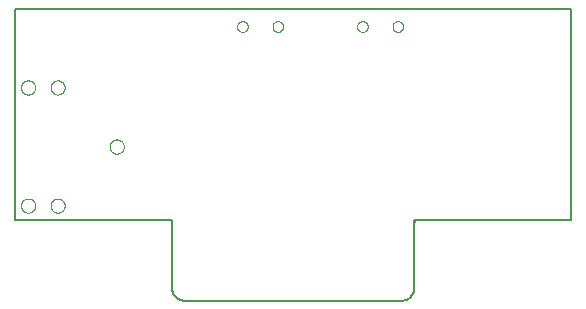
<source format=gbp>
G75*
%MOIN*%
%OFA0B0*%
%FSLAX25Y25*%
%IPPOS*%
%LPD*%
%AMOC8*
5,1,8,0,0,1.08239X$1,22.5*
%
%ADD10C,0.00004*%
%ADD11C,0.00600*%
%ADD12C,0.00000*%
D10*
X0145979Y0053933D02*
X0145891Y0054433D01*
D11*
X0065091Y0054433D02*
X0065091Y0032433D01*
X0065079Y0032301D01*
X0065072Y0032169D01*
X0065068Y0032036D01*
X0065069Y0031904D01*
X0065073Y0031771D01*
X0065081Y0031639D01*
X0065093Y0031507D01*
X0065109Y0031375D01*
X0065129Y0031244D01*
X0065153Y0031114D01*
X0065181Y0030984D01*
X0065212Y0030855D01*
X0065248Y0030727D01*
X0065287Y0030601D01*
X0065330Y0030475D01*
X0065376Y0030351D01*
X0065426Y0030229D01*
X0065480Y0030107D01*
X0065538Y0029988D01*
X0065598Y0029870D01*
X0065663Y0029754D01*
X0065731Y0029640D01*
X0065802Y0029528D01*
X0065876Y0029419D01*
X0065954Y0029311D01*
X0066034Y0029206D01*
X0066118Y0029103D01*
X0066205Y0029003D01*
X0066295Y0028906D01*
X0066387Y0028811D01*
X0066483Y0028719D01*
X0066581Y0028630D01*
X0066682Y0028543D01*
X0066785Y0028460D01*
X0066890Y0028380D01*
X0066998Y0028303D01*
X0067108Y0028229D01*
X0067221Y0028159D01*
X0067335Y0028092D01*
X0067451Y0028028D01*
X0067570Y0027968D01*
X0067689Y0027911D01*
X0067811Y0027858D01*
X0067934Y0027809D01*
X0068058Y0027763D01*
X0068184Y0027721D01*
X0068311Y0027682D01*
X0068439Y0027648D01*
X0068568Y0027617D01*
X0068698Y0027590D01*
X0068828Y0027567D01*
X0068959Y0027548D01*
X0069091Y0027533D01*
X0141891Y0027533D01*
X0142023Y0027548D01*
X0142154Y0027567D01*
X0142284Y0027590D01*
X0142414Y0027617D01*
X0142543Y0027648D01*
X0142671Y0027682D01*
X0142798Y0027721D01*
X0142924Y0027763D01*
X0143048Y0027809D01*
X0143171Y0027858D01*
X0143293Y0027911D01*
X0143412Y0027968D01*
X0143531Y0028028D01*
X0143647Y0028092D01*
X0143761Y0028159D01*
X0143874Y0028229D01*
X0143984Y0028303D01*
X0144092Y0028380D01*
X0144197Y0028460D01*
X0144300Y0028543D01*
X0144401Y0028630D01*
X0144499Y0028719D01*
X0144595Y0028811D01*
X0144687Y0028906D01*
X0144777Y0029003D01*
X0144864Y0029103D01*
X0144948Y0029206D01*
X0145028Y0029311D01*
X0145106Y0029419D01*
X0145180Y0029528D01*
X0145251Y0029640D01*
X0145319Y0029754D01*
X0145384Y0029870D01*
X0145444Y0029988D01*
X0145502Y0030107D01*
X0145556Y0030229D01*
X0145606Y0030351D01*
X0145652Y0030475D01*
X0145695Y0030601D01*
X0145734Y0030727D01*
X0145770Y0030855D01*
X0145801Y0030984D01*
X0145829Y0031114D01*
X0145853Y0031244D01*
X0145873Y0031375D01*
X0145889Y0031507D01*
X0145901Y0031639D01*
X0145909Y0031771D01*
X0145913Y0031904D01*
X0145914Y0032036D01*
X0145910Y0032169D01*
X0145903Y0032301D01*
X0145891Y0032433D01*
X0145891Y0054433D01*
X0198241Y0054433D01*
X0198241Y0124933D01*
X0012741Y0124933D01*
X0012741Y0054433D01*
X0065091Y0054433D01*
D12*
X0044314Y0078933D02*
X0044316Y0079030D01*
X0044322Y0079127D01*
X0044332Y0079223D01*
X0044346Y0079319D01*
X0044364Y0079415D01*
X0044385Y0079509D01*
X0044411Y0079603D01*
X0044440Y0079695D01*
X0044474Y0079786D01*
X0044510Y0079876D01*
X0044551Y0079964D01*
X0044595Y0080050D01*
X0044643Y0080135D01*
X0044694Y0080217D01*
X0044748Y0080298D01*
X0044806Y0080376D01*
X0044867Y0080451D01*
X0044930Y0080524D01*
X0044997Y0080595D01*
X0045067Y0080662D01*
X0045139Y0080727D01*
X0045214Y0080788D01*
X0045292Y0080847D01*
X0045371Y0080902D01*
X0045453Y0080954D01*
X0045537Y0081002D01*
X0045623Y0081047D01*
X0045711Y0081089D01*
X0045800Y0081127D01*
X0045891Y0081161D01*
X0045983Y0081191D01*
X0046076Y0081218D01*
X0046171Y0081240D01*
X0046266Y0081259D01*
X0046362Y0081274D01*
X0046458Y0081285D01*
X0046555Y0081292D01*
X0046652Y0081295D01*
X0046749Y0081294D01*
X0046846Y0081289D01*
X0046942Y0081280D01*
X0047038Y0081267D01*
X0047134Y0081250D01*
X0047229Y0081229D01*
X0047322Y0081205D01*
X0047415Y0081176D01*
X0047507Y0081144D01*
X0047597Y0081108D01*
X0047685Y0081069D01*
X0047772Y0081025D01*
X0047857Y0080979D01*
X0047940Y0080928D01*
X0048021Y0080875D01*
X0048099Y0080818D01*
X0048176Y0080758D01*
X0048249Y0080695D01*
X0048320Y0080629D01*
X0048388Y0080560D01*
X0048454Y0080488D01*
X0048516Y0080414D01*
X0048575Y0080337D01*
X0048631Y0080258D01*
X0048684Y0080176D01*
X0048734Y0080093D01*
X0048779Y0080007D01*
X0048822Y0079920D01*
X0048861Y0079831D01*
X0048896Y0079741D01*
X0048927Y0079649D01*
X0048954Y0079556D01*
X0048978Y0079462D01*
X0048998Y0079367D01*
X0049014Y0079271D01*
X0049026Y0079175D01*
X0049034Y0079078D01*
X0049038Y0078981D01*
X0049038Y0078885D01*
X0049034Y0078788D01*
X0049026Y0078691D01*
X0049014Y0078595D01*
X0048998Y0078499D01*
X0048978Y0078404D01*
X0048954Y0078310D01*
X0048927Y0078217D01*
X0048896Y0078125D01*
X0048861Y0078035D01*
X0048822Y0077946D01*
X0048779Y0077859D01*
X0048734Y0077773D01*
X0048684Y0077690D01*
X0048631Y0077608D01*
X0048575Y0077529D01*
X0048516Y0077452D01*
X0048454Y0077378D01*
X0048388Y0077306D01*
X0048320Y0077237D01*
X0048249Y0077171D01*
X0048176Y0077108D01*
X0048099Y0077048D01*
X0048021Y0076991D01*
X0047940Y0076938D01*
X0047857Y0076887D01*
X0047772Y0076841D01*
X0047685Y0076797D01*
X0047597Y0076758D01*
X0047507Y0076722D01*
X0047415Y0076690D01*
X0047322Y0076661D01*
X0047229Y0076637D01*
X0047134Y0076616D01*
X0047038Y0076599D01*
X0046942Y0076586D01*
X0046846Y0076577D01*
X0046749Y0076572D01*
X0046652Y0076571D01*
X0046555Y0076574D01*
X0046458Y0076581D01*
X0046362Y0076592D01*
X0046266Y0076607D01*
X0046171Y0076626D01*
X0046076Y0076648D01*
X0045983Y0076675D01*
X0045891Y0076705D01*
X0045800Y0076739D01*
X0045711Y0076777D01*
X0045623Y0076819D01*
X0045537Y0076864D01*
X0045453Y0076912D01*
X0045371Y0076964D01*
X0045292Y0077019D01*
X0045214Y0077078D01*
X0045139Y0077139D01*
X0045067Y0077204D01*
X0044997Y0077271D01*
X0044930Y0077342D01*
X0044867Y0077415D01*
X0044806Y0077490D01*
X0044748Y0077568D01*
X0044694Y0077649D01*
X0044643Y0077731D01*
X0044595Y0077816D01*
X0044551Y0077902D01*
X0044510Y0077990D01*
X0044474Y0078080D01*
X0044440Y0078171D01*
X0044411Y0078263D01*
X0044385Y0078357D01*
X0044364Y0078451D01*
X0044346Y0078547D01*
X0044332Y0078643D01*
X0044322Y0078739D01*
X0044316Y0078836D01*
X0044314Y0078933D01*
X0024629Y0059248D02*
X0024631Y0059345D01*
X0024637Y0059442D01*
X0024647Y0059538D01*
X0024661Y0059634D01*
X0024679Y0059730D01*
X0024700Y0059824D01*
X0024726Y0059918D01*
X0024755Y0060010D01*
X0024789Y0060101D01*
X0024825Y0060191D01*
X0024866Y0060279D01*
X0024910Y0060365D01*
X0024958Y0060450D01*
X0025009Y0060532D01*
X0025063Y0060613D01*
X0025121Y0060691D01*
X0025182Y0060766D01*
X0025245Y0060839D01*
X0025312Y0060910D01*
X0025382Y0060977D01*
X0025454Y0061042D01*
X0025529Y0061103D01*
X0025607Y0061162D01*
X0025686Y0061217D01*
X0025768Y0061269D01*
X0025852Y0061317D01*
X0025938Y0061362D01*
X0026026Y0061404D01*
X0026115Y0061442D01*
X0026206Y0061476D01*
X0026298Y0061506D01*
X0026391Y0061533D01*
X0026486Y0061555D01*
X0026581Y0061574D01*
X0026677Y0061589D01*
X0026773Y0061600D01*
X0026870Y0061607D01*
X0026967Y0061610D01*
X0027064Y0061609D01*
X0027161Y0061604D01*
X0027257Y0061595D01*
X0027353Y0061582D01*
X0027449Y0061565D01*
X0027544Y0061544D01*
X0027637Y0061520D01*
X0027730Y0061491D01*
X0027822Y0061459D01*
X0027912Y0061423D01*
X0028000Y0061384D01*
X0028087Y0061340D01*
X0028172Y0061294D01*
X0028255Y0061243D01*
X0028336Y0061190D01*
X0028414Y0061133D01*
X0028491Y0061073D01*
X0028564Y0061010D01*
X0028635Y0060944D01*
X0028703Y0060875D01*
X0028769Y0060803D01*
X0028831Y0060729D01*
X0028890Y0060652D01*
X0028946Y0060573D01*
X0028999Y0060491D01*
X0029049Y0060408D01*
X0029094Y0060322D01*
X0029137Y0060235D01*
X0029176Y0060146D01*
X0029211Y0060056D01*
X0029242Y0059964D01*
X0029269Y0059871D01*
X0029293Y0059777D01*
X0029313Y0059682D01*
X0029329Y0059586D01*
X0029341Y0059490D01*
X0029349Y0059393D01*
X0029353Y0059296D01*
X0029353Y0059200D01*
X0029349Y0059103D01*
X0029341Y0059006D01*
X0029329Y0058910D01*
X0029313Y0058814D01*
X0029293Y0058719D01*
X0029269Y0058625D01*
X0029242Y0058532D01*
X0029211Y0058440D01*
X0029176Y0058350D01*
X0029137Y0058261D01*
X0029094Y0058174D01*
X0029049Y0058088D01*
X0028999Y0058005D01*
X0028946Y0057923D01*
X0028890Y0057844D01*
X0028831Y0057767D01*
X0028769Y0057693D01*
X0028703Y0057621D01*
X0028635Y0057552D01*
X0028564Y0057486D01*
X0028491Y0057423D01*
X0028414Y0057363D01*
X0028336Y0057306D01*
X0028255Y0057253D01*
X0028172Y0057202D01*
X0028087Y0057156D01*
X0028000Y0057112D01*
X0027912Y0057073D01*
X0027822Y0057037D01*
X0027730Y0057005D01*
X0027637Y0056976D01*
X0027544Y0056952D01*
X0027449Y0056931D01*
X0027353Y0056914D01*
X0027257Y0056901D01*
X0027161Y0056892D01*
X0027064Y0056887D01*
X0026967Y0056886D01*
X0026870Y0056889D01*
X0026773Y0056896D01*
X0026677Y0056907D01*
X0026581Y0056922D01*
X0026486Y0056941D01*
X0026391Y0056963D01*
X0026298Y0056990D01*
X0026206Y0057020D01*
X0026115Y0057054D01*
X0026026Y0057092D01*
X0025938Y0057134D01*
X0025852Y0057179D01*
X0025768Y0057227D01*
X0025686Y0057279D01*
X0025607Y0057334D01*
X0025529Y0057393D01*
X0025454Y0057454D01*
X0025382Y0057519D01*
X0025312Y0057586D01*
X0025245Y0057657D01*
X0025182Y0057730D01*
X0025121Y0057805D01*
X0025063Y0057883D01*
X0025009Y0057964D01*
X0024958Y0058046D01*
X0024910Y0058131D01*
X0024866Y0058217D01*
X0024825Y0058305D01*
X0024789Y0058395D01*
X0024755Y0058486D01*
X0024726Y0058578D01*
X0024700Y0058672D01*
X0024679Y0058766D01*
X0024661Y0058862D01*
X0024647Y0058958D01*
X0024637Y0059054D01*
X0024631Y0059151D01*
X0024629Y0059248D01*
X0014786Y0059248D02*
X0014788Y0059345D01*
X0014794Y0059442D01*
X0014804Y0059538D01*
X0014818Y0059634D01*
X0014836Y0059730D01*
X0014857Y0059824D01*
X0014883Y0059918D01*
X0014912Y0060010D01*
X0014946Y0060101D01*
X0014982Y0060191D01*
X0015023Y0060279D01*
X0015067Y0060365D01*
X0015115Y0060450D01*
X0015166Y0060532D01*
X0015220Y0060613D01*
X0015278Y0060691D01*
X0015339Y0060766D01*
X0015402Y0060839D01*
X0015469Y0060910D01*
X0015539Y0060977D01*
X0015611Y0061042D01*
X0015686Y0061103D01*
X0015764Y0061162D01*
X0015843Y0061217D01*
X0015925Y0061269D01*
X0016009Y0061317D01*
X0016095Y0061362D01*
X0016183Y0061404D01*
X0016272Y0061442D01*
X0016363Y0061476D01*
X0016455Y0061506D01*
X0016548Y0061533D01*
X0016643Y0061555D01*
X0016738Y0061574D01*
X0016834Y0061589D01*
X0016930Y0061600D01*
X0017027Y0061607D01*
X0017124Y0061610D01*
X0017221Y0061609D01*
X0017318Y0061604D01*
X0017414Y0061595D01*
X0017510Y0061582D01*
X0017606Y0061565D01*
X0017701Y0061544D01*
X0017794Y0061520D01*
X0017887Y0061491D01*
X0017979Y0061459D01*
X0018069Y0061423D01*
X0018157Y0061384D01*
X0018244Y0061340D01*
X0018329Y0061294D01*
X0018412Y0061243D01*
X0018493Y0061190D01*
X0018571Y0061133D01*
X0018648Y0061073D01*
X0018721Y0061010D01*
X0018792Y0060944D01*
X0018860Y0060875D01*
X0018926Y0060803D01*
X0018988Y0060729D01*
X0019047Y0060652D01*
X0019103Y0060573D01*
X0019156Y0060491D01*
X0019206Y0060408D01*
X0019251Y0060322D01*
X0019294Y0060235D01*
X0019333Y0060146D01*
X0019368Y0060056D01*
X0019399Y0059964D01*
X0019426Y0059871D01*
X0019450Y0059777D01*
X0019470Y0059682D01*
X0019486Y0059586D01*
X0019498Y0059490D01*
X0019506Y0059393D01*
X0019510Y0059296D01*
X0019510Y0059200D01*
X0019506Y0059103D01*
X0019498Y0059006D01*
X0019486Y0058910D01*
X0019470Y0058814D01*
X0019450Y0058719D01*
X0019426Y0058625D01*
X0019399Y0058532D01*
X0019368Y0058440D01*
X0019333Y0058350D01*
X0019294Y0058261D01*
X0019251Y0058174D01*
X0019206Y0058088D01*
X0019156Y0058005D01*
X0019103Y0057923D01*
X0019047Y0057844D01*
X0018988Y0057767D01*
X0018926Y0057693D01*
X0018860Y0057621D01*
X0018792Y0057552D01*
X0018721Y0057486D01*
X0018648Y0057423D01*
X0018571Y0057363D01*
X0018493Y0057306D01*
X0018412Y0057253D01*
X0018329Y0057202D01*
X0018244Y0057156D01*
X0018157Y0057112D01*
X0018069Y0057073D01*
X0017979Y0057037D01*
X0017887Y0057005D01*
X0017794Y0056976D01*
X0017701Y0056952D01*
X0017606Y0056931D01*
X0017510Y0056914D01*
X0017414Y0056901D01*
X0017318Y0056892D01*
X0017221Y0056887D01*
X0017124Y0056886D01*
X0017027Y0056889D01*
X0016930Y0056896D01*
X0016834Y0056907D01*
X0016738Y0056922D01*
X0016643Y0056941D01*
X0016548Y0056963D01*
X0016455Y0056990D01*
X0016363Y0057020D01*
X0016272Y0057054D01*
X0016183Y0057092D01*
X0016095Y0057134D01*
X0016009Y0057179D01*
X0015925Y0057227D01*
X0015843Y0057279D01*
X0015764Y0057334D01*
X0015686Y0057393D01*
X0015611Y0057454D01*
X0015539Y0057519D01*
X0015469Y0057586D01*
X0015402Y0057657D01*
X0015339Y0057730D01*
X0015278Y0057805D01*
X0015220Y0057883D01*
X0015166Y0057964D01*
X0015115Y0058046D01*
X0015067Y0058131D01*
X0015023Y0058217D01*
X0014982Y0058305D01*
X0014946Y0058395D01*
X0014912Y0058486D01*
X0014883Y0058578D01*
X0014857Y0058672D01*
X0014836Y0058766D01*
X0014818Y0058862D01*
X0014804Y0058958D01*
X0014794Y0059054D01*
X0014788Y0059151D01*
X0014786Y0059248D01*
X0014786Y0098618D02*
X0014788Y0098715D01*
X0014794Y0098812D01*
X0014804Y0098908D01*
X0014818Y0099004D01*
X0014836Y0099100D01*
X0014857Y0099194D01*
X0014883Y0099288D01*
X0014912Y0099380D01*
X0014946Y0099471D01*
X0014982Y0099561D01*
X0015023Y0099649D01*
X0015067Y0099735D01*
X0015115Y0099820D01*
X0015166Y0099902D01*
X0015220Y0099983D01*
X0015278Y0100061D01*
X0015339Y0100136D01*
X0015402Y0100209D01*
X0015469Y0100280D01*
X0015539Y0100347D01*
X0015611Y0100412D01*
X0015686Y0100473D01*
X0015764Y0100532D01*
X0015843Y0100587D01*
X0015925Y0100639D01*
X0016009Y0100687D01*
X0016095Y0100732D01*
X0016183Y0100774D01*
X0016272Y0100812D01*
X0016363Y0100846D01*
X0016455Y0100876D01*
X0016548Y0100903D01*
X0016643Y0100925D01*
X0016738Y0100944D01*
X0016834Y0100959D01*
X0016930Y0100970D01*
X0017027Y0100977D01*
X0017124Y0100980D01*
X0017221Y0100979D01*
X0017318Y0100974D01*
X0017414Y0100965D01*
X0017510Y0100952D01*
X0017606Y0100935D01*
X0017701Y0100914D01*
X0017794Y0100890D01*
X0017887Y0100861D01*
X0017979Y0100829D01*
X0018069Y0100793D01*
X0018157Y0100754D01*
X0018244Y0100710D01*
X0018329Y0100664D01*
X0018412Y0100613D01*
X0018493Y0100560D01*
X0018571Y0100503D01*
X0018648Y0100443D01*
X0018721Y0100380D01*
X0018792Y0100314D01*
X0018860Y0100245D01*
X0018926Y0100173D01*
X0018988Y0100099D01*
X0019047Y0100022D01*
X0019103Y0099943D01*
X0019156Y0099861D01*
X0019206Y0099778D01*
X0019251Y0099692D01*
X0019294Y0099605D01*
X0019333Y0099516D01*
X0019368Y0099426D01*
X0019399Y0099334D01*
X0019426Y0099241D01*
X0019450Y0099147D01*
X0019470Y0099052D01*
X0019486Y0098956D01*
X0019498Y0098860D01*
X0019506Y0098763D01*
X0019510Y0098666D01*
X0019510Y0098570D01*
X0019506Y0098473D01*
X0019498Y0098376D01*
X0019486Y0098280D01*
X0019470Y0098184D01*
X0019450Y0098089D01*
X0019426Y0097995D01*
X0019399Y0097902D01*
X0019368Y0097810D01*
X0019333Y0097720D01*
X0019294Y0097631D01*
X0019251Y0097544D01*
X0019206Y0097458D01*
X0019156Y0097375D01*
X0019103Y0097293D01*
X0019047Y0097214D01*
X0018988Y0097137D01*
X0018926Y0097063D01*
X0018860Y0096991D01*
X0018792Y0096922D01*
X0018721Y0096856D01*
X0018648Y0096793D01*
X0018571Y0096733D01*
X0018493Y0096676D01*
X0018412Y0096623D01*
X0018329Y0096572D01*
X0018244Y0096526D01*
X0018157Y0096482D01*
X0018069Y0096443D01*
X0017979Y0096407D01*
X0017887Y0096375D01*
X0017794Y0096346D01*
X0017701Y0096322D01*
X0017606Y0096301D01*
X0017510Y0096284D01*
X0017414Y0096271D01*
X0017318Y0096262D01*
X0017221Y0096257D01*
X0017124Y0096256D01*
X0017027Y0096259D01*
X0016930Y0096266D01*
X0016834Y0096277D01*
X0016738Y0096292D01*
X0016643Y0096311D01*
X0016548Y0096333D01*
X0016455Y0096360D01*
X0016363Y0096390D01*
X0016272Y0096424D01*
X0016183Y0096462D01*
X0016095Y0096504D01*
X0016009Y0096549D01*
X0015925Y0096597D01*
X0015843Y0096649D01*
X0015764Y0096704D01*
X0015686Y0096763D01*
X0015611Y0096824D01*
X0015539Y0096889D01*
X0015469Y0096956D01*
X0015402Y0097027D01*
X0015339Y0097100D01*
X0015278Y0097175D01*
X0015220Y0097253D01*
X0015166Y0097334D01*
X0015115Y0097416D01*
X0015067Y0097501D01*
X0015023Y0097587D01*
X0014982Y0097675D01*
X0014946Y0097765D01*
X0014912Y0097856D01*
X0014883Y0097948D01*
X0014857Y0098042D01*
X0014836Y0098136D01*
X0014818Y0098232D01*
X0014804Y0098328D01*
X0014794Y0098424D01*
X0014788Y0098521D01*
X0014786Y0098618D01*
X0024629Y0098618D02*
X0024631Y0098715D01*
X0024637Y0098812D01*
X0024647Y0098908D01*
X0024661Y0099004D01*
X0024679Y0099100D01*
X0024700Y0099194D01*
X0024726Y0099288D01*
X0024755Y0099380D01*
X0024789Y0099471D01*
X0024825Y0099561D01*
X0024866Y0099649D01*
X0024910Y0099735D01*
X0024958Y0099820D01*
X0025009Y0099902D01*
X0025063Y0099983D01*
X0025121Y0100061D01*
X0025182Y0100136D01*
X0025245Y0100209D01*
X0025312Y0100280D01*
X0025382Y0100347D01*
X0025454Y0100412D01*
X0025529Y0100473D01*
X0025607Y0100532D01*
X0025686Y0100587D01*
X0025768Y0100639D01*
X0025852Y0100687D01*
X0025938Y0100732D01*
X0026026Y0100774D01*
X0026115Y0100812D01*
X0026206Y0100846D01*
X0026298Y0100876D01*
X0026391Y0100903D01*
X0026486Y0100925D01*
X0026581Y0100944D01*
X0026677Y0100959D01*
X0026773Y0100970D01*
X0026870Y0100977D01*
X0026967Y0100980D01*
X0027064Y0100979D01*
X0027161Y0100974D01*
X0027257Y0100965D01*
X0027353Y0100952D01*
X0027449Y0100935D01*
X0027544Y0100914D01*
X0027637Y0100890D01*
X0027730Y0100861D01*
X0027822Y0100829D01*
X0027912Y0100793D01*
X0028000Y0100754D01*
X0028087Y0100710D01*
X0028172Y0100664D01*
X0028255Y0100613D01*
X0028336Y0100560D01*
X0028414Y0100503D01*
X0028491Y0100443D01*
X0028564Y0100380D01*
X0028635Y0100314D01*
X0028703Y0100245D01*
X0028769Y0100173D01*
X0028831Y0100099D01*
X0028890Y0100022D01*
X0028946Y0099943D01*
X0028999Y0099861D01*
X0029049Y0099778D01*
X0029094Y0099692D01*
X0029137Y0099605D01*
X0029176Y0099516D01*
X0029211Y0099426D01*
X0029242Y0099334D01*
X0029269Y0099241D01*
X0029293Y0099147D01*
X0029313Y0099052D01*
X0029329Y0098956D01*
X0029341Y0098860D01*
X0029349Y0098763D01*
X0029353Y0098666D01*
X0029353Y0098570D01*
X0029349Y0098473D01*
X0029341Y0098376D01*
X0029329Y0098280D01*
X0029313Y0098184D01*
X0029293Y0098089D01*
X0029269Y0097995D01*
X0029242Y0097902D01*
X0029211Y0097810D01*
X0029176Y0097720D01*
X0029137Y0097631D01*
X0029094Y0097544D01*
X0029049Y0097458D01*
X0028999Y0097375D01*
X0028946Y0097293D01*
X0028890Y0097214D01*
X0028831Y0097137D01*
X0028769Y0097063D01*
X0028703Y0096991D01*
X0028635Y0096922D01*
X0028564Y0096856D01*
X0028491Y0096793D01*
X0028414Y0096733D01*
X0028336Y0096676D01*
X0028255Y0096623D01*
X0028172Y0096572D01*
X0028087Y0096526D01*
X0028000Y0096482D01*
X0027912Y0096443D01*
X0027822Y0096407D01*
X0027730Y0096375D01*
X0027637Y0096346D01*
X0027544Y0096322D01*
X0027449Y0096301D01*
X0027353Y0096284D01*
X0027257Y0096271D01*
X0027161Y0096262D01*
X0027064Y0096257D01*
X0026967Y0096256D01*
X0026870Y0096259D01*
X0026773Y0096266D01*
X0026677Y0096277D01*
X0026581Y0096292D01*
X0026486Y0096311D01*
X0026391Y0096333D01*
X0026298Y0096360D01*
X0026206Y0096390D01*
X0026115Y0096424D01*
X0026026Y0096462D01*
X0025938Y0096504D01*
X0025852Y0096549D01*
X0025768Y0096597D01*
X0025686Y0096649D01*
X0025607Y0096704D01*
X0025529Y0096763D01*
X0025454Y0096824D01*
X0025382Y0096889D01*
X0025312Y0096956D01*
X0025245Y0097027D01*
X0025182Y0097100D01*
X0025121Y0097175D01*
X0025063Y0097253D01*
X0025009Y0097334D01*
X0024958Y0097416D01*
X0024910Y0097501D01*
X0024866Y0097587D01*
X0024825Y0097675D01*
X0024789Y0097765D01*
X0024755Y0097856D01*
X0024726Y0097948D01*
X0024700Y0098042D01*
X0024679Y0098136D01*
X0024661Y0098232D01*
X0024647Y0098328D01*
X0024637Y0098424D01*
X0024631Y0098521D01*
X0024629Y0098618D01*
X0086813Y0118933D02*
X0086815Y0119017D01*
X0086821Y0119100D01*
X0086831Y0119183D01*
X0086845Y0119266D01*
X0086862Y0119348D01*
X0086884Y0119429D01*
X0086909Y0119508D01*
X0086938Y0119587D01*
X0086971Y0119664D01*
X0087007Y0119739D01*
X0087047Y0119813D01*
X0087090Y0119885D01*
X0087137Y0119954D01*
X0087187Y0120021D01*
X0087240Y0120086D01*
X0087296Y0120148D01*
X0087354Y0120208D01*
X0087416Y0120265D01*
X0087480Y0120318D01*
X0087547Y0120369D01*
X0087616Y0120416D01*
X0087687Y0120461D01*
X0087760Y0120501D01*
X0087835Y0120538D01*
X0087912Y0120572D01*
X0087990Y0120602D01*
X0088069Y0120628D01*
X0088150Y0120651D01*
X0088232Y0120669D01*
X0088314Y0120684D01*
X0088397Y0120695D01*
X0088480Y0120702D01*
X0088564Y0120705D01*
X0088648Y0120704D01*
X0088731Y0120699D01*
X0088815Y0120690D01*
X0088897Y0120677D01*
X0088979Y0120661D01*
X0089060Y0120640D01*
X0089141Y0120616D01*
X0089219Y0120588D01*
X0089297Y0120556D01*
X0089373Y0120520D01*
X0089447Y0120481D01*
X0089519Y0120439D01*
X0089589Y0120393D01*
X0089657Y0120344D01*
X0089722Y0120292D01*
X0089785Y0120237D01*
X0089845Y0120179D01*
X0089903Y0120118D01*
X0089957Y0120054D01*
X0090009Y0119988D01*
X0090057Y0119920D01*
X0090102Y0119849D01*
X0090143Y0119776D01*
X0090182Y0119702D01*
X0090216Y0119626D01*
X0090247Y0119548D01*
X0090274Y0119469D01*
X0090298Y0119388D01*
X0090317Y0119307D01*
X0090333Y0119225D01*
X0090345Y0119142D01*
X0090353Y0119058D01*
X0090357Y0118975D01*
X0090357Y0118891D01*
X0090353Y0118808D01*
X0090345Y0118724D01*
X0090333Y0118641D01*
X0090317Y0118559D01*
X0090298Y0118478D01*
X0090274Y0118397D01*
X0090247Y0118318D01*
X0090216Y0118240D01*
X0090182Y0118164D01*
X0090143Y0118090D01*
X0090102Y0118017D01*
X0090057Y0117946D01*
X0090009Y0117878D01*
X0089957Y0117812D01*
X0089903Y0117748D01*
X0089845Y0117687D01*
X0089785Y0117629D01*
X0089722Y0117574D01*
X0089657Y0117522D01*
X0089589Y0117473D01*
X0089519Y0117427D01*
X0089447Y0117385D01*
X0089373Y0117346D01*
X0089297Y0117310D01*
X0089219Y0117278D01*
X0089141Y0117250D01*
X0089060Y0117226D01*
X0088979Y0117205D01*
X0088897Y0117189D01*
X0088815Y0117176D01*
X0088731Y0117167D01*
X0088648Y0117162D01*
X0088564Y0117161D01*
X0088480Y0117164D01*
X0088397Y0117171D01*
X0088314Y0117182D01*
X0088232Y0117197D01*
X0088150Y0117215D01*
X0088069Y0117238D01*
X0087990Y0117264D01*
X0087912Y0117294D01*
X0087835Y0117328D01*
X0087760Y0117365D01*
X0087687Y0117405D01*
X0087616Y0117450D01*
X0087547Y0117497D01*
X0087480Y0117548D01*
X0087416Y0117601D01*
X0087354Y0117658D01*
X0087296Y0117718D01*
X0087240Y0117780D01*
X0087187Y0117845D01*
X0087137Y0117912D01*
X0087090Y0117981D01*
X0087047Y0118053D01*
X0087007Y0118127D01*
X0086971Y0118202D01*
X0086938Y0118279D01*
X0086909Y0118358D01*
X0086884Y0118437D01*
X0086862Y0118518D01*
X0086845Y0118600D01*
X0086831Y0118683D01*
X0086821Y0118766D01*
X0086815Y0118849D01*
X0086813Y0118933D01*
X0098624Y0118933D02*
X0098626Y0119017D01*
X0098632Y0119100D01*
X0098642Y0119183D01*
X0098656Y0119266D01*
X0098673Y0119348D01*
X0098695Y0119429D01*
X0098720Y0119508D01*
X0098749Y0119587D01*
X0098782Y0119664D01*
X0098818Y0119739D01*
X0098858Y0119813D01*
X0098901Y0119885D01*
X0098948Y0119954D01*
X0098998Y0120021D01*
X0099051Y0120086D01*
X0099107Y0120148D01*
X0099165Y0120208D01*
X0099227Y0120265D01*
X0099291Y0120318D01*
X0099358Y0120369D01*
X0099427Y0120416D01*
X0099498Y0120461D01*
X0099571Y0120501D01*
X0099646Y0120538D01*
X0099723Y0120572D01*
X0099801Y0120602D01*
X0099880Y0120628D01*
X0099961Y0120651D01*
X0100043Y0120669D01*
X0100125Y0120684D01*
X0100208Y0120695D01*
X0100291Y0120702D01*
X0100375Y0120705D01*
X0100459Y0120704D01*
X0100542Y0120699D01*
X0100626Y0120690D01*
X0100708Y0120677D01*
X0100790Y0120661D01*
X0100871Y0120640D01*
X0100952Y0120616D01*
X0101030Y0120588D01*
X0101108Y0120556D01*
X0101184Y0120520D01*
X0101258Y0120481D01*
X0101330Y0120439D01*
X0101400Y0120393D01*
X0101468Y0120344D01*
X0101533Y0120292D01*
X0101596Y0120237D01*
X0101656Y0120179D01*
X0101714Y0120118D01*
X0101768Y0120054D01*
X0101820Y0119988D01*
X0101868Y0119920D01*
X0101913Y0119849D01*
X0101954Y0119776D01*
X0101993Y0119702D01*
X0102027Y0119626D01*
X0102058Y0119548D01*
X0102085Y0119469D01*
X0102109Y0119388D01*
X0102128Y0119307D01*
X0102144Y0119225D01*
X0102156Y0119142D01*
X0102164Y0119058D01*
X0102168Y0118975D01*
X0102168Y0118891D01*
X0102164Y0118808D01*
X0102156Y0118724D01*
X0102144Y0118641D01*
X0102128Y0118559D01*
X0102109Y0118478D01*
X0102085Y0118397D01*
X0102058Y0118318D01*
X0102027Y0118240D01*
X0101993Y0118164D01*
X0101954Y0118090D01*
X0101913Y0118017D01*
X0101868Y0117946D01*
X0101820Y0117878D01*
X0101768Y0117812D01*
X0101714Y0117748D01*
X0101656Y0117687D01*
X0101596Y0117629D01*
X0101533Y0117574D01*
X0101468Y0117522D01*
X0101400Y0117473D01*
X0101330Y0117427D01*
X0101258Y0117385D01*
X0101184Y0117346D01*
X0101108Y0117310D01*
X0101030Y0117278D01*
X0100952Y0117250D01*
X0100871Y0117226D01*
X0100790Y0117205D01*
X0100708Y0117189D01*
X0100626Y0117176D01*
X0100542Y0117167D01*
X0100459Y0117162D01*
X0100375Y0117161D01*
X0100291Y0117164D01*
X0100208Y0117171D01*
X0100125Y0117182D01*
X0100043Y0117197D01*
X0099961Y0117215D01*
X0099880Y0117238D01*
X0099801Y0117264D01*
X0099723Y0117294D01*
X0099646Y0117328D01*
X0099571Y0117365D01*
X0099498Y0117405D01*
X0099427Y0117450D01*
X0099358Y0117497D01*
X0099291Y0117548D01*
X0099227Y0117601D01*
X0099165Y0117658D01*
X0099107Y0117718D01*
X0099051Y0117780D01*
X0098998Y0117845D01*
X0098948Y0117912D01*
X0098901Y0117981D01*
X0098858Y0118053D01*
X0098818Y0118127D01*
X0098782Y0118202D01*
X0098749Y0118279D01*
X0098720Y0118358D01*
X0098695Y0118437D01*
X0098673Y0118518D01*
X0098656Y0118600D01*
X0098642Y0118683D01*
X0098632Y0118766D01*
X0098626Y0118849D01*
X0098624Y0118933D01*
X0126813Y0118933D02*
X0126815Y0119017D01*
X0126821Y0119100D01*
X0126831Y0119183D01*
X0126845Y0119266D01*
X0126862Y0119348D01*
X0126884Y0119429D01*
X0126909Y0119508D01*
X0126938Y0119587D01*
X0126971Y0119664D01*
X0127007Y0119739D01*
X0127047Y0119813D01*
X0127090Y0119885D01*
X0127137Y0119954D01*
X0127187Y0120021D01*
X0127240Y0120086D01*
X0127296Y0120148D01*
X0127354Y0120208D01*
X0127416Y0120265D01*
X0127480Y0120318D01*
X0127547Y0120369D01*
X0127616Y0120416D01*
X0127687Y0120461D01*
X0127760Y0120501D01*
X0127835Y0120538D01*
X0127912Y0120572D01*
X0127990Y0120602D01*
X0128069Y0120628D01*
X0128150Y0120651D01*
X0128232Y0120669D01*
X0128314Y0120684D01*
X0128397Y0120695D01*
X0128480Y0120702D01*
X0128564Y0120705D01*
X0128648Y0120704D01*
X0128731Y0120699D01*
X0128815Y0120690D01*
X0128897Y0120677D01*
X0128979Y0120661D01*
X0129060Y0120640D01*
X0129141Y0120616D01*
X0129219Y0120588D01*
X0129297Y0120556D01*
X0129373Y0120520D01*
X0129447Y0120481D01*
X0129519Y0120439D01*
X0129589Y0120393D01*
X0129657Y0120344D01*
X0129722Y0120292D01*
X0129785Y0120237D01*
X0129845Y0120179D01*
X0129903Y0120118D01*
X0129957Y0120054D01*
X0130009Y0119988D01*
X0130057Y0119920D01*
X0130102Y0119849D01*
X0130143Y0119776D01*
X0130182Y0119702D01*
X0130216Y0119626D01*
X0130247Y0119548D01*
X0130274Y0119469D01*
X0130298Y0119388D01*
X0130317Y0119307D01*
X0130333Y0119225D01*
X0130345Y0119142D01*
X0130353Y0119058D01*
X0130357Y0118975D01*
X0130357Y0118891D01*
X0130353Y0118808D01*
X0130345Y0118724D01*
X0130333Y0118641D01*
X0130317Y0118559D01*
X0130298Y0118478D01*
X0130274Y0118397D01*
X0130247Y0118318D01*
X0130216Y0118240D01*
X0130182Y0118164D01*
X0130143Y0118090D01*
X0130102Y0118017D01*
X0130057Y0117946D01*
X0130009Y0117878D01*
X0129957Y0117812D01*
X0129903Y0117748D01*
X0129845Y0117687D01*
X0129785Y0117629D01*
X0129722Y0117574D01*
X0129657Y0117522D01*
X0129589Y0117473D01*
X0129519Y0117427D01*
X0129447Y0117385D01*
X0129373Y0117346D01*
X0129297Y0117310D01*
X0129219Y0117278D01*
X0129141Y0117250D01*
X0129060Y0117226D01*
X0128979Y0117205D01*
X0128897Y0117189D01*
X0128815Y0117176D01*
X0128731Y0117167D01*
X0128648Y0117162D01*
X0128564Y0117161D01*
X0128480Y0117164D01*
X0128397Y0117171D01*
X0128314Y0117182D01*
X0128232Y0117197D01*
X0128150Y0117215D01*
X0128069Y0117238D01*
X0127990Y0117264D01*
X0127912Y0117294D01*
X0127835Y0117328D01*
X0127760Y0117365D01*
X0127687Y0117405D01*
X0127616Y0117450D01*
X0127547Y0117497D01*
X0127480Y0117548D01*
X0127416Y0117601D01*
X0127354Y0117658D01*
X0127296Y0117718D01*
X0127240Y0117780D01*
X0127187Y0117845D01*
X0127137Y0117912D01*
X0127090Y0117981D01*
X0127047Y0118053D01*
X0127007Y0118127D01*
X0126971Y0118202D01*
X0126938Y0118279D01*
X0126909Y0118358D01*
X0126884Y0118437D01*
X0126862Y0118518D01*
X0126845Y0118600D01*
X0126831Y0118683D01*
X0126821Y0118766D01*
X0126815Y0118849D01*
X0126813Y0118933D01*
X0138624Y0118933D02*
X0138626Y0119017D01*
X0138632Y0119100D01*
X0138642Y0119183D01*
X0138656Y0119266D01*
X0138673Y0119348D01*
X0138695Y0119429D01*
X0138720Y0119508D01*
X0138749Y0119587D01*
X0138782Y0119664D01*
X0138818Y0119739D01*
X0138858Y0119813D01*
X0138901Y0119885D01*
X0138948Y0119954D01*
X0138998Y0120021D01*
X0139051Y0120086D01*
X0139107Y0120148D01*
X0139165Y0120208D01*
X0139227Y0120265D01*
X0139291Y0120318D01*
X0139358Y0120369D01*
X0139427Y0120416D01*
X0139498Y0120461D01*
X0139571Y0120501D01*
X0139646Y0120538D01*
X0139723Y0120572D01*
X0139801Y0120602D01*
X0139880Y0120628D01*
X0139961Y0120651D01*
X0140043Y0120669D01*
X0140125Y0120684D01*
X0140208Y0120695D01*
X0140291Y0120702D01*
X0140375Y0120705D01*
X0140459Y0120704D01*
X0140542Y0120699D01*
X0140626Y0120690D01*
X0140708Y0120677D01*
X0140790Y0120661D01*
X0140871Y0120640D01*
X0140952Y0120616D01*
X0141030Y0120588D01*
X0141108Y0120556D01*
X0141184Y0120520D01*
X0141258Y0120481D01*
X0141330Y0120439D01*
X0141400Y0120393D01*
X0141468Y0120344D01*
X0141533Y0120292D01*
X0141596Y0120237D01*
X0141656Y0120179D01*
X0141714Y0120118D01*
X0141768Y0120054D01*
X0141820Y0119988D01*
X0141868Y0119920D01*
X0141913Y0119849D01*
X0141954Y0119776D01*
X0141993Y0119702D01*
X0142027Y0119626D01*
X0142058Y0119548D01*
X0142085Y0119469D01*
X0142109Y0119388D01*
X0142128Y0119307D01*
X0142144Y0119225D01*
X0142156Y0119142D01*
X0142164Y0119058D01*
X0142168Y0118975D01*
X0142168Y0118891D01*
X0142164Y0118808D01*
X0142156Y0118724D01*
X0142144Y0118641D01*
X0142128Y0118559D01*
X0142109Y0118478D01*
X0142085Y0118397D01*
X0142058Y0118318D01*
X0142027Y0118240D01*
X0141993Y0118164D01*
X0141954Y0118090D01*
X0141913Y0118017D01*
X0141868Y0117946D01*
X0141820Y0117878D01*
X0141768Y0117812D01*
X0141714Y0117748D01*
X0141656Y0117687D01*
X0141596Y0117629D01*
X0141533Y0117574D01*
X0141468Y0117522D01*
X0141400Y0117473D01*
X0141330Y0117427D01*
X0141258Y0117385D01*
X0141184Y0117346D01*
X0141108Y0117310D01*
X0141030Y0117278D01*
X0140952Y0117250D01*
X0140871Y0117226D01*
X0140790Y0117205D01*
X0140708Y0117189D01*
X0140626Y0117176D01*
X0140542Y0117167D01*
X0140459Y0117162D01*
X0140375Y0117161D01*
X0140291Y0117164D01*
X0140208Y0117171D01*
X0140125Y0117182D01*
X0140043Y0117197D01*
X0139961Y0117215D01*
X0139880Y0117238D01*
X0139801Y0117264D01*
X0139723Y0117294D01*
X0139646Y0117328D01*
X0139571Y0117365D01*
X0139498Y0117405D01*
X0139427Y0117450D01*
X0139358Y0117497D01*
X0139291Y0117548D01*
X0139227Y0117601D01*
X0139165Y0117658D01*
X0139107Y0117718D01*
X0139051Y0117780D01*
X0138998Y0117845D01*
X0138948Y0117912D01*
X0138901Y0117981D01*
X0138858Y0118053D01*
X0138818Y0118127D01*
X0138782Y0118202D01*
X0138749Y0118279D01*
X0138720Y0118358D01*
X0138695Y0118437D01*
X0138673Y0118518D01*
X0138656Y0118600D01*
X0138642Y0118683D01*
X0138632Y0118766D01*
X0138626Y0118849D01*
X0138624Y0118933D01*
M02*

</source>
